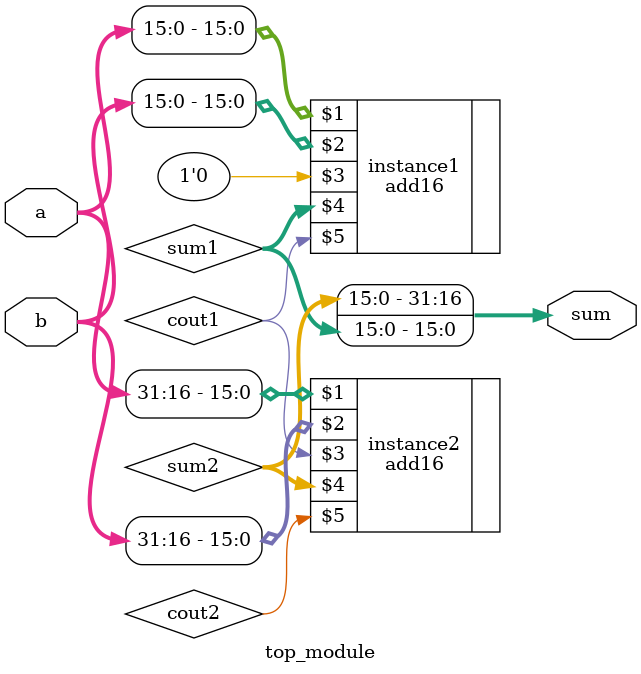
<source format=v>
module top_module(
    input [31:0] a,
    input [31:0] b,
    output [31:0] sum
);
    wire [15:0] sum1, sum2;
    wire cout1, cout2; 
    add16 instance1 (a[15:0], b[15:0], 1'b0, sum1, cout1);
    add16 instance2 (a[31:16], b[31:16], cout1, sum2, cout2);

    assign sum = {sum2, sum1};
endmodule

</source>
